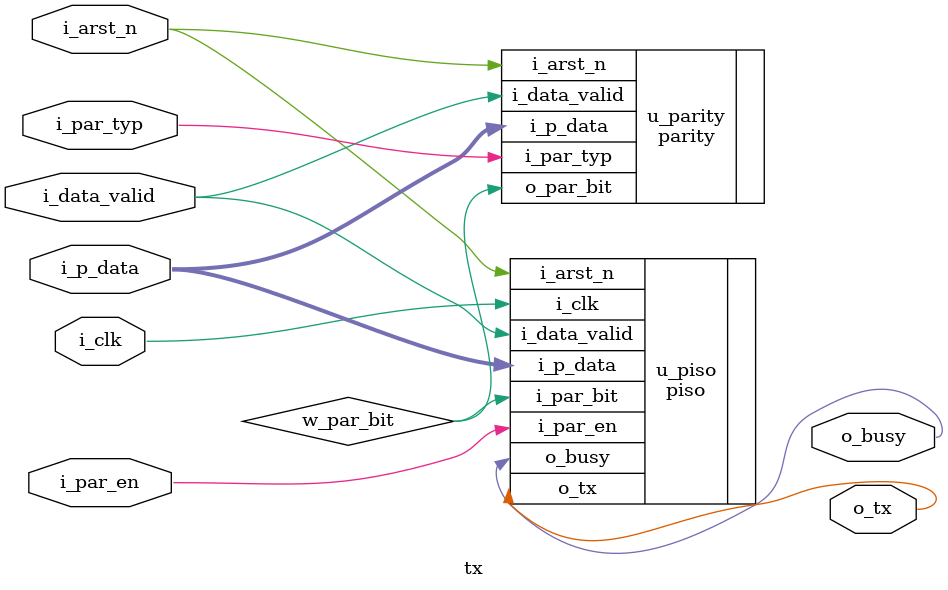
<source format=sv>
module tx (
    input  logic        i_clk,       //  The main system's clock.
    input  logic        i_arst_n,     //  Active low reset.
    input  logic        i_data_valid,  //  An enable to start i_data_validing data.
    input  logic        i_par_typ,     //  Parity type agreed upon by the Tx and Rx units.
    input  logic        i_par_en,
    input  logic  [7:0] i_p_data,      //  The data input.

    output logic        o_tx,     //  Serial transmitter's data out.
    output logic        o_busy         //  high when Tx is transmitting, low when idle.
);

//  Interconnections
logic w_par_bit;

//Parity unit instantiation 
parity u_parity(
    //  Inputs
    .i_arst_n(i_arst_n),
    .i_p_data(i_p_data),
    .i_par_typ(i_par_typ),
    .i_data_valid(i_data_valid),
    
    //  Output
    .o_par_bit(w_par_bit)
);

//  PISO shift register unit instantiation
piso u_piso(
    //  Inputs
    .i_clk(i_clk),
    .i_arst_n(i_arst_n),
    .i_data_valid(i_data_valid),
    .i_par_en(i_par_en),
    .i_par_bit(w_par_bit),
    .i_p_data(i_p_data),

    //  Outputs
    .o_tx(o_tx),
    .o_busy(o_busy)
);

endmodule

</source>
